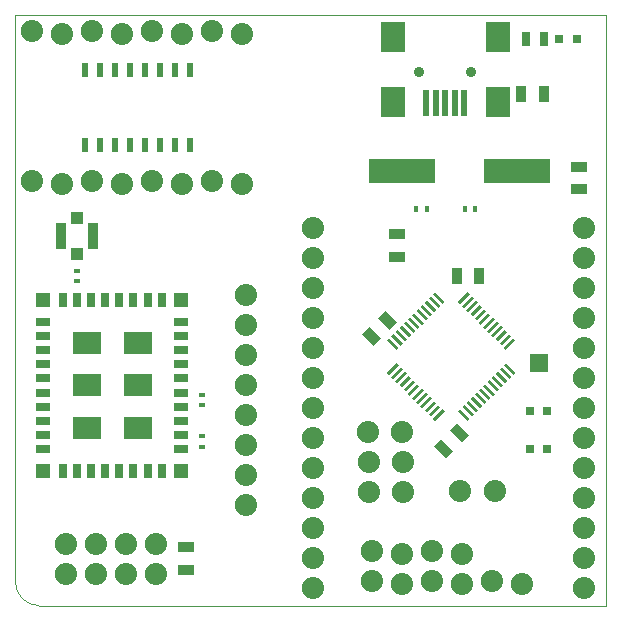
<source format=gts>
G04 (created by PCBNEW (2013-mar-13)-testing) date Thu 22 Aug 2013 04:52:17 PM WEST*
%MOIN*%
G04 Gerber Fmt 3.4, Leading zero omitted, Abs format*
%FSLAX34Y34*%
G01*
G70*
G90*
G04 APERTURE LIST*
%ADD10C,0.005906*%
%ADD11C,0.003937*%
%ADD12R,0.059055X0.059055*%
%ADD13C,0.035400*%
%ADD14R,0.019700X0.090600*%
%ADD15R,0.078700X0.098400*%
%ADD16R,0.023600X0.015700*%
%ADD17R,0.055000X0.035000*%
%ADD18O,0.074000X0.074000*%
%ADD19R,0.033400X0.086600*%
%ADD20R,0.039300X0.041300*%
%ADD21R,0.047200X0.027500*%
%ADD22R,0.027500X0.047200*%
%ADD23R,0.094400X0.074800*%
%ADD24R,0.047200X0.047200*%
%ADD25R,0.035000X0.055000*%
%ADD26R,0.015700X0.023600*%
%ADD27R,0.220500X0.082700*%
%ADD28R,0.031400X0.031400*%
%ADD29R,0.025000X0.045000*%
%ADD30R,0.020000X0.045000*%
G04 APERTURE END LIST*
G54D10*
G54D11*
X1181Y393D02*
X20078Y393D01*
X393Y20078D02*
X393Y1181D01*
X393Y1181D02*
G75*
G03X1181Y393I787J0D01*
G74*
G01*
X20078Y20078D02*
X20078Y393D01*
X393Y20078D02*
X20078Y20078D01*
G54D12*
X17834Y8464D03*
G54D13*
X13858Y18167D03*
G54D14*
X15354Y17145D03*
X15039Y17145D03*
X14724Y17145D03*
X14409Y17145D03*
X14094Y17145D03*
G54D15*
X16476Y17184D03*
X16476Y19349D03*
X12972Y17184D03*
X12972Y19349D03*
G54D13*
X15590Y18168D03*
G54D16*
X2441Y11554D03*
X2441Y11200D03*
G54D17*
X6076Y1582D03*
X6076Y2332D03*
G54D16*
X6606Y5695D03*
X6606Y6049D03*
X6601Y7429D03*
X6601Y7075D03*
G54D18*
X5081Y2432D03*
X5081Y1432D03*
X4081Y2432D03*
X4081Y1432D03*
X3081Y2432D03*
X3081Y1432D03*
X2081Y2432D03*
X2081Y1432D03*
G54D19*
X2982Y12717D03*
X1900Y12717D03*
G54D20*
X2441Y12117D03*
X2441Y13317D03*
G54D21*
X1318Y9857D03*
X1318Y9385D03*
X1318Y8913D03*
X1318Y8440D03*
X1318Y7968D03*
X1318Y7496D03*
X1318Y7024D03*
X1318Y6551D03*
X1318Y6079D03*
X1318Y5607D03*
G54D22*
X1968Y4878D03*
X2440Y4878D03*
X2913Y4878D03*
X3385Y4878D03*
X3857Y4878D03*
X4329Y4878D03*
X4802Y4878D03*
X5274Y4878D03*
G54D21*
X5924Y5607D03*
X5924Y6079D03*
X5924Y6551D03*
X5924Y7024D03*
X5924Y7496D03*
X5924Y7968D03*
X5924Y8440D03*
X5924Y8913D03*
X5924Y9385D03*
X5924Y9857D03*
G54D22*
X5274Y10586D03*
X4802Y10586D03*
X4329Y10586D03*
X3857Y10586D03*
X3385Y10586D03*
X2913Y10586D03*
X2440Y10586D03*
X1968Y10586D03*
G54D23*
X2775Y9149D03*
X2775Y7732D03*
X2775Y6315D03*
X4467Y9149D03*
X4467Y7732D03*
X4467Y6315D03*
G54D24*
X1318Y10586D03*
X1318Y4878D03*
X5924Y4878D03*
X5924Y10586D03*
G54D18*
X8081Y10737D03*
X8081Y9737D03*
X8081Y8737D03*
X8081Y7737D03*
X8081Y6737D03*
X8081Y5737D03*
X8081Y4737D03*
X8081Y3737D03*
G54D25*
X18012Y17440D03*
X17262Y17440D03*
G54D17*
X13110Y12026D03*
X13110Y12776D03*
G54D26*
X13760Y13622D03*
X14114Y13622D03*
X15728Y13622D03*
X15374Y13622D03*
G54D18*
X12283Y2215D03*
X13283Y2115D03*
X14283Y2215D03*
X15283Y2115D03*
G54D27*
X17105Y14881D03*
X13287Y14881D03*
G54D17*
X19173Y15020D03*
X19173Y14270D03*
G54D18*
X12174Y4173D03*
X13314Y4173D03*
X16369Y4212D03*
X15229Y4212D03*
X12174Y5196D03*
X13314Y5196D03*
X12134Y6181D03*
X13274Y6181D03*
X19330Y984D03*
X19330Y1984D03*
X19330Y2984D03*
X19330Y3984D03*
X19330Y4984D03*
X19330Y5984D03*
X19330Y6984D03*
X19330Y7984D03*
X19330Y8984D03*
X19330Y9984D03*
X19330Y10984D03*
X19330Y11984D03*
X19330Y12984D03*
X10314Y12992D03*
X10314Y11992D03*
X10314Y10992D03*
X10314Y9992D03*
X10314Y8992D03*
X10314Y7992D03*
X10314Y6992D03*
X10314Y5992D03*
X10314Y4992D03*
X10314Y3992D03*
X10314Y2992D03*
X10314Y1992D03*
X10314Y992D03*
G54D28*
X18129Y5629D03*
X17539Y5629D03*
X18129Y6889D03*
X17539Y6889D03*
G54D10*
G36*
X14379Y10843D02*
X14697Y10525D01*
X14627Y10454D01*
X14308Y10772D01*
X14379Y10843D01*
X14379Y10843D01*
G37*
G36*
X14240Y10704D02*
X14558Y10385D01*
X14487Y10315D01*
X14169Y10633D01*
X14240Y10704D01*
X14240Y10704D01*
G37*
G36*
X14101Y10564D02*
X14419Y10246D01*
X14348Y10175D01*
X14030Y10494D01*
X14101Y10564D01*
X14101Y10564D01*
G37*
G36*
X13962Y10426D02*
X14280Y10107D01*
X14209Y10037D01*
X13891Y10355D01*
X13962Y10426D01*
X13962Y10426D01*
G37*
G36*
X13823Y10286D02*
X14141Y9968D01*
X14070Y9897D01*
X13752Y10216D01*
X13823Y10286D01*
X13823Y10286D01*
G37*
G36*
X13683Y10147D02*
X14002Y9829D01*
X13931Y9758D01*
X13613Y10076D01*
X13683Y10147D01*
X13683Y10147D01*
G37*
G36*
X13545Y10008D02*
X13863Y9690D01*
X13792Y9620D01*
X13474Y9938D01*
X13545Y10008D01*
X13545Y10008D01*
G37*
G36*
X13405Y9869D02*
X13724Y9551D01*
X13653Y9480D01*
X13335Y9798D01*
X13405Y9869D01*
X13405Y9869D01*
G37*
G36*
X13266Y9730D02*
X13584Y9412D01*
X13514Y9341D01*
X13195Y9659D01*
X13266Y9730D01*
X13266Y9730D01*
G37*
G36*
X13128Y9591D02*
X13446Y9273D01*
X13375Y9202D01*
X13057Y9521D01*
X13128Y9591D01*
X13128Y9591D01*
G37*
G36*
X12988Y9452D02*
X13306Y9134D01*
X13236Y9063D01*
X12918Y9381D01*
X12988Y9452D01*
X12988Y9452D01*
G37*
G36*
X12849Y9313D02*
X13167Y8994D01*
X13096Y8924D01*
X12778Y9242D01*
X12849Y9313D01*
X12849Y9313D01*
G37*
G36*
X13096Y8477D02*
X13167Y8406D01*
X12849Y8088D01*
X12778Y8159D01*
X13096Y8477D01*
X13096Y8477D01*
G37*
G36*
X13236Y8338D02*
X13306Y8267D01*
X12988Y7949D01*
X12918Y8019D01*
X13236Y8338D01*
X13236Y8338D01*
G37*
G36*
X13375Y8198D02*
X13446Y8128D01*
X13128Y7809D01*
X13057Y7880D01*
X13375Y8198D01*
X13375Y8198D01*
G37*
G36*
X13514Y8060D02*
X13584Y7989D01*
X13266Y7671D01*
X13195Y7741D01*
X13514Y8060D01*
X13514Y8060D01*
G37*
G36*
X13653Y7920D02*
X13724Y7850D01*
X13405Y7531D01*
X13335Y7602D01*
X13653Y7920D01*
X13653Y7920D01*
G37*
G36*
X13792Y7781D02*
X13863Y7710D01*
X13545Y7392D01*
X13474Y7463D01*
X13792Y7781D01*
X13792Y7781D01*
G37*
G36*
X13931Y7642D02*
X14002Y7572D01*
X13683Y7254D01*
X13613Y7324D01*
X13931Y7642D01*
X13931Y7642D01*
G37*
G36*
X14070Y7503D02*
X14141Y7432D01*
X13823Y7114D01*
X13752Y7185D01*
X14070Y7503D01*
X14070Y7503D01*
G37*
G36*
X14209Y7364D02*
X14280Y7293D01*
X13962Y6975D01*
X13891Y7046D01*
X14209Y7364D01*
X14209Y7364D01*
G37*
G36*
X14348Y7225D02*
X14419Y7155D01*
X14101Y6836D01*
X14030Y6907D01*
X14348Y7225D01*
X14348Y7225D01*
G37*
G36*
X14487Y7086D02*
X14558Y7015D01*
X14240Y6697D01*
X14169Y6768D01*
X14487Y7086D01*
X14487Y7086D01*
G37*
G36*
X14627Y6947D02*
X14697Y6876D01*
X14379Y6558D01*
X14308Y6628D01*
X14627Y6947D01*
X14627Y6947D01*
G37*
G36*
X15215Y6947D02*
X15533Y6628D01*
X15462Y6558D01*
X15144Y6876D01*
X15215Y6947D01*
X15215Y6947D01*
G37*
G36*
X15354Y7086D02*
X15672Y6768D01*
X15602Y6697D01*
X15284Y7015D01*
X15354Y7086D01*
X15354Y7086D01*
G37*
G36*
X15494Y7225D02*
X15812Y6907D01*
X15741Y6836D01*
X15423Y7155D01*
X15494Y7225D01*
X15494Y7225D01*
G37*
G36*
X15632Y7364D02*
X15950Y7046D01*
X15880Y6975D01*
X15561Y7293D01*
X15632Y7364D01*
X15632Y7364D01*
G37*
G36*
X15771Y7503D02*
X16090Y7185D01*
X16019Y7114D01*
X15701Y7432D01*
X15771Y7503D01*
X15771Y7503D01*
G37*
G36*
X15911Y7642D02*
X16229Y7324D01*
X16158Y7254D01*
X15840Y7572D01*
X15911Y7642D01*
X15911Y7642D01*
G37*
G36*
X16049Y7781D02*
X16368Y7463D01*
X16297Y7392D01*
X15979Y7710D01*
X16049Y7781D01*
X16049Y7781D01*
G37*
G36*
X16189Y7920D02*
X16507Y7602D01*
X16436Y7531D01*
X16118Y7850D01*
X16189Y7920D01*
X16189Y7920D01*
G37*
G36*
X16328Y8060D02*
X16646Y7741D01*
X16575Y7671D01*
X16257Y7989D01*
X16328Y8060D01*
X16328Y8060D01*
G37*
G36*
X16466Y8198D02*
X16785Y7880D01*
X16714Y7809D01*
X16396Y8128D01*
X16466Y8198D01*
X16466Y8198D01*
G37*
G36*
X16606Y8338D02*
X16924Y8019D01*
X16853Y7949D01*
X16535Y8267D01*
X16606Y8338D01*
X16606Y8338D01*
G37*
G36*
X16745Y8477D02*
X17063Y8159D01*
X16993Y8088D01*
X16674Y8406D01*
X16745Y8477D01*
X16745Y8477D01*
G37*
G36*
X16993Y9313D02*
X17063Y9242D01*
X16745Y8924D01*
X16674Y8994D01*
X16993Y9313D01*
X16993Y9313D01*
G37*
G36*
X16853Y9452D02*
X16924Y9381D01*
X16606Y9063D01*
X16535Y9134D01*
X16853Y9452D01*
X16853Y9452D01*
G37*
G36*
X16714Y9591D02*
X16785Y9521D01*
X16466Y9202D01*
X16396Y9273D01*
X16714Y9591D01*
X16714Y9591D01*
G37*
G36*
X16575Y9730D02*
X16646Y9659D01*
X16328Y9341D01*
X16257Y9412D01*
X16575Y9730D01*
X16575Y9730D01*
G37*
G36*
X16436Y9869D02*
X16507Y9798D01*
X16189Y9480D01*
X16118Y9551D01*
X16436Y9869D01*
X16436Y9869D01*
G37*
G36*
X16297Y10008D02*
X16368Y9938D01*
X16049Y9620D01*
X15979Y9690D01*
X16297Y10008D01*
X16297Y10008D01*
G37*
G36*
X16158Y10147D02*
X16229Y10076D01*
X15911Y9758D01*
X15840Y9829D01*
X16158Y10147D01*
X16158Y10147D01*
G37*
G36*
X16019Y10286D02*
X16090Y10216D01*
X15771Y9897D01*
X15701Y9968D01*
X16019Y10286D01*
X16019Y10286D01*
G37*
G36*
X15880Y10426D02*
X15950Y10355D01*
X15632Y10037D01*
X15561Y10107D01*
X15880Y10426D01*
X15880Y10426D01*
G37*
G36*
X15741Y10564D02*
X15812Y10494D01*
X15494Y10175D01*
X15423Y10246D01*
X15741Y10564D01*
X15741Y10564D01*
G37*
G36*
X15602Y10704D02*
X15672Y10633D01*
X15354Y10315D01*
X15284Y10385D01*
X15602Y10704D01*
X15602Y10704D01*
G37*
G36*
X15462Y10843D02*
X15533Y10772D01*
X15215Y10454D01*
X15144Y10525D01*
X15462Y10843D01*
X15462Y10843D01*
G37*
G54D29*
X17416Y19291D03*
X18016Y19291D03*
G54D28*
X18523Y19291D03*
X19113Y19291D03*
G54D18*
X944Y19538D03*
X1944Y19438D03*
X2944Y19538D03*
X3944Y19438D03*
X4944Y19538D03*
X5944Y19438D03*
X6944Y19538D03*
X7944Y19438D03*
X944Y14538D03*
X1944Y14438D03*
X2944Y14538D03*
X3944Y14438D03*
X4944Y14538D03*
X5944Y14438D03*
X6944Y14538D03*
X7944Y14438D03*
X12283Y1220D03*
X13283Y1120D03*
X14283Y1220D03*
X15283Y1120D03*
X16283Y1220D03*
X17283Y1120D03*
G54D30*
X6198Y15757D03*
X5198Y15757D03*
X4698Y15757D03*
X4198Y15757D03*
X3698Y15757D03*
X3198Y15757D03*
X2698Y15757D03*
X2698Y18257D03*
X3198Y18257D03*
X3698Y18257D03*
X4198Y18257D03*
X4698Y18257D03*
X5198Y18257D03*
X5698Y18257D03*
X6198Y18257D03*
X5698Y15757D03*
G54D10*
G36*
X12336Y9054D02*
X11947Y9443D01*
X12195Y9690D01*
X12584Y9301D01*
X12336Y9054D01*
X12336Y9054D01*
G37*
G36*
X12866Y9584D02*
X12478Y9973D01*
X12725Y10221D01*
X13114Y9832D01*
X12866Y9584D01*
X12866Y9584D01*
G37*
G54D25*
X15856Y11387D03*
X15106Y11387D03*
G54D10*
G36*
X15125Y6471D02*
X15514Y6082D01*
X15266Y5834D01*
X14878Y6223D01*
X15125Y6471D01*
X15125Y6471D01*
G37*
G36*
X14595Y5940D02*
X14984Y5551D01*
X14736Y5304D01*
X14347Y5693D01*
X14595Y5940D01*
X14595Y5940D01*
G37*
M02*

</source>
